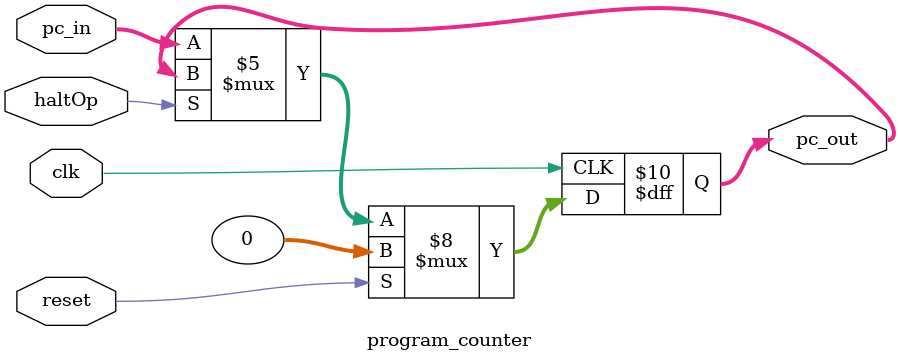
<source format=v>
module program_counter(
    input [31:0] pc_in, 
    input clk,  
    input reset,
    input haltOp,
    output reg [31:0] pc_out
);
    always @(posedge clk)
    begin
       
        if (reset == 1)
            begin 
                pc_out <= 0;
            end
        else if (haltOp != 1)
            pc_out <= pc_in;
        else
            pc_out <= pc_out;
        
    end
endmodule
</source>
